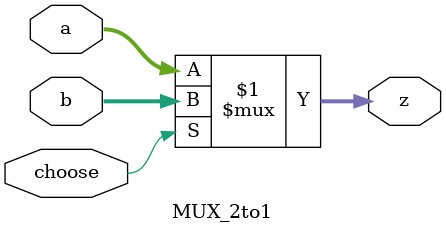
<source format=v>
`timescale 1ns / 1ps


module MUX_2to1(
    input [31:0]a,
    input [31:0]b,
    input choose,
    output [31:0]z
    );
    assign z= choose ? b : a;
endmodule

</source>
